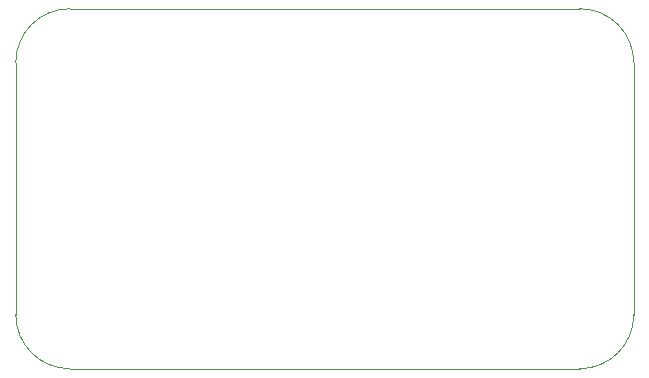
<source format=gbr>
%TF.GenerationSoftware,KiCad,Pcbnew,(5.1.7)-1*%
%TF.CreationDate,2022-10-26T13:15:12+03:00*%
%TF.ProjectId,power supply,706f7765-7220-4737-9570-706c792e6b69,rev?*%
%TF.SameCoordinates,Original*%
%TF.FileFunction,Profile,NP*%
%FSLAX46Y46*%
G04 Gerber Fmt 4.6, Leading zero omitted, Abs format (unit mm)*
G04 Created by KiCad (PCBNEW (5.1.7)-1) date 2022-10-26 13:15:12*
%MOMM*%
%LPD*%
G01*
G04 APERTURE LIST*
%TA.AperFunction,Profile*%
%ADD10C,0.050000*%
%TD*%
G04 APERTURE END LIST*
D10*
X110744000Y-96012000D02*
X110744000Y-74676000D01*
X158496000Y-100584000D02*
X115316000Y-100584000D01*
X163068000Y-74676000D02*
X163068000Y-96012000D01*
X158496000Y-70104000D02*
X115316000Y-70104000D01*
X110744000Y-74676000D02*
G75*
G02*
X115316000Y-70104000I4572000J0D01*
G01*
X115316000Y-100584000D02*
G75*
G02*
X110744000Y-96012000I0J4572000D01*
G01*
X163068000Y-96012000D02*
G75*
G02*
X158496000Y-100584000I-4572000J0D01*
G01*
X158496000Y-70104000D02*
G75*
G02*
X163068000Y-74676000I0J-4572000D01*
G01*
M02*

</source>
